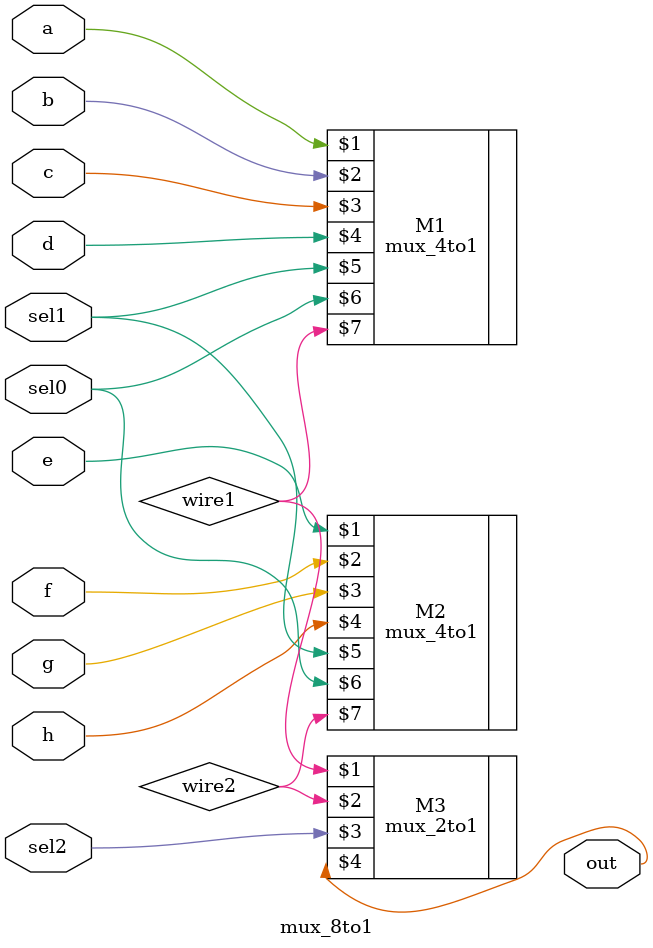
<source format=v>
`timescale 1ns/1ps

module mux_8to1(a,b,c,d,e,f,g,h,sel2,sel1,sel0,out);
    input wire a,b,c,d,e,f,g,h,sel2,sel1,sel0;
    output wire out;
	wire wire1,wire2;
	
	mux_4to1 M1(a,b,c,d,sel1,sel0,wire1);
	mux_4to1 M2(e,f,g,h,sel1,sel0,wire2);
	mux_2to1 M3(wire1,wire2,sel2,out);
endmodule
</source>
